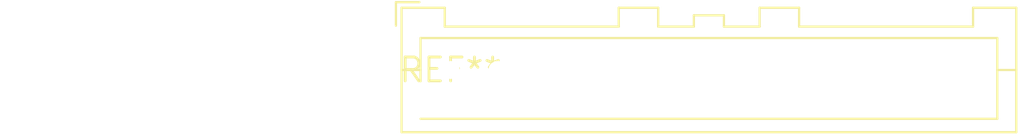
<source format=kicad_pcb>
(kicad_pcb (version 20240108) (generator pcbnew)
  (layers (0 "F.Cu" signal) (31 "B.Cu" signal) (34 "B.Paste" user) (35 "F.Paste" user) (36 "B.SilkS" user "B.Silkscreen") (37 "F.SilkS" user "F.Silkscreen") (38 "B.Mask" user) (39 "F.Mask" user) (44 "Edge.Cuts" user))
  (net 0 "")
  (footprint "JST_XA_B12B-XASK-1-A_1x12_P2.50mm_Vertical" (layer "F.Cu") (at 0 0)
    (property "Reference" "REF**")
    (property "Value" "JST_XA_B12B-XASK-1-A_1x12_P2.50mm_Vertical")
    (fp_line (start -2.91 -3.61) (end -2.91 -2.36) (layer "F.SilkS") (stroke (width 0.12)))
    (fp_line (start -2.61 -3.31) (end -2.61 3.31) (layer "F.SilkS") (stroke (width 0.12)))
    (fp_line (start -2.61 0) (end -1.6 0) (layer "F.SilkS") (stroke (width 0.12)))
    (fp_line (start -2.61 3.31) (end 30.11 3.31) (layer "F.SilkS") (stroke (width 0.12)))
    (fp_line (start -1.66 -3.61) (end -2.91 -3.61) (layer "F.SilkS") (stroke (width 0.12)))
    (fp_line (start -1.6 -1.7) (end 29.1 -1.7) (layer "F.SilkS") (stroke (width 0.12)))
    (fp_line (start -1.6 0.6) (end -1.6 -1.7) (layer "F.SilkS") (stroke (width 0.12)))
    (fp_line (start -0.31 -3.31) (end -2.61 -3.31) (layer "F.SilkS") (stroke (width 0.12)))
    (fp_line (start -0.31 -2.31) (end -0.31 -3.31) (layer "F.SilkS") (stroke (width 0.12)))
    (fp_line (start 8.95 -3.31) (end 8.95 -2.31) (layer "F.SilkS") (stroke (width 0.12)))
    (fp_line (start 8.95 -2.31) (end -0.31 -2.31) (layer "F.SilkS") (stroke (width 0.12)))
    (fp_line (start 11.05 -3.31) (end 8.95 -3.31) (layer "F.SilkS") (stroke (width 0.12)))
    (fp_line (start 11.05 -2.31) (end 11.05 -3.31) (layer "F.SilkS") (stroke (width 0.12)))
    (fp_line (start 12.95 -2.91) (end 12.95 -2.31) (layer "F.SilkS") (stroke (width 0.12)))
    (fp_line (start 12.95 -2.31) (end 11.05 -2.31) (layer "F.SilkS") (stroke (width 0.12)))
    (fp_line (start 14.55 -2.91) (end 12.95 -2.91) (layer "F.SilkS") (stroke (width 0.12)))
    (fp_line (start 14.55 -2.31) (end 14.55 -2.91) (layer "F.SilkS") (stroke (width 0.12)))
    (fp_line (start 16.45 -3.31) (end 16.45 -2.31) (layer "F.SilkS") (stroke (width 0.12)))
    (fp_line (start 16.45 -2.31) (end 14.55 -2.31) (layer "F.SilkS") (stroke (width 0.12)))
    (fp_line (start 18.55 -3.31) (end 16.45 -3.31) (layer "F.SilkS") (stroke (width 0.12)))
    (fp_line (start 18.55 -2.31) (end 18.55 -3.31) (layer "F.SilkS") (stroke (width 0.12)))
    (fp_line (start 27.81 -3.31) (end 27.81 -2.31) (layer "F.SilkS") (stroke (width 0.12)))
    (fp_line (start 27.81 -2.31) (end 18.55 -2.31) (layer "F.SilkS") (stroke (width 0.12)))
    (fp_line (start 29.1 -1.7) (end 29.1 2.6) (layer "F.SilkS") (stroke (width 0.12)))
    (fp_line (start 29.1 2.6) (end -1.6 2.6) (layer "F.SilkS") (stroke (width 0.12)))
    (fp_line (start 30.11 -3.31) (end 27.81 -3.31) (layer "F.SilkS") (stroke (width 0.12)))
    (fp_line (start 30.11 0) (end 29.1 0) (layer "F.SilkS") (stroke (width 0.12)))
    (fp_line (start 30.11 3.31) (end 30.11 -3.31) (layer "F.SilkS") (stroke (width 0.12)))
    (pad "" np_thru_hole circle (at -1.6 1.6) (size 1.25 1.25) (drill 1.25) (layers *.Cu *.Mask))
    (pad "1" thru_hole roundrect (at 0 0) (size 1.7 1.95) (drill 0.95) (layers *.Cu *.Mask) (remove_unused_layers) (roundrect_rratio 0.147059))
    (pad "2" thru_hole oval (at 2.5 0) (size 1.7 1.95) (drill 0.95) (layers *.Cu *.Mask) (remove_unused_layers))
    (pad "3" thru_hole oval (at 5 0) (size 1.7 1.95) (drill 0.95) (layers *.Cu *.Mask) (remove_unused_layers))
    (pad "4" thru_hole oval (at 7.5 0) (size 1.7 1.95) (drill 0.95) (layers *.Cu *.Mask) (remove_unused_layers))
    (pad "5" thru_hole oval (at 10 0) (size 1.7 1.95) (drill 0.95) (layers *.Cu *.Mask) (remove_unused_layers))
    (pad "6" thru_hole oval (at 12.5 0) (size 1.7 1.95) (drill 0.95) (layers *.Cu *.Mask) (remove_unused_layers))
    (pad "7" thru_hole oval (at 15 0) (size 1.7 1.95) (drill 0.95) (layers *.Cu *.Mask) (remove_unused_layers))
    (pad "8" thru_hole oval (at 17.5 0) (size 1.7 1.95) (drill 0.95) (layers *.Cu *.Mask) (remove_unused_layers))
    (pad "9" thru_hole oval (at 20 0) (size 1.7 1.95) (drill 0.95) (layers *.Cu *.Mask) (remove_unused_layers))
    (pad "10" thru_hole oval (at 22.5 0) (size 1.7 1.95) (drill 0.95) (layers *.Cu *.Mask) (remove_unused_layers))
    (pad "11" thru_hole oval (at 25 0) (size 1.7 1.95) (drill 0.95) (layers *.Cu *.Mask) (remove_unused_layers))
    (pad "12" thru_hole oval (at 27.5 0) (size 1.7 1.95) (drill 0.95) (layers *.Cu *.Mask) (remove_unused_layers))
  )
)
</source>
